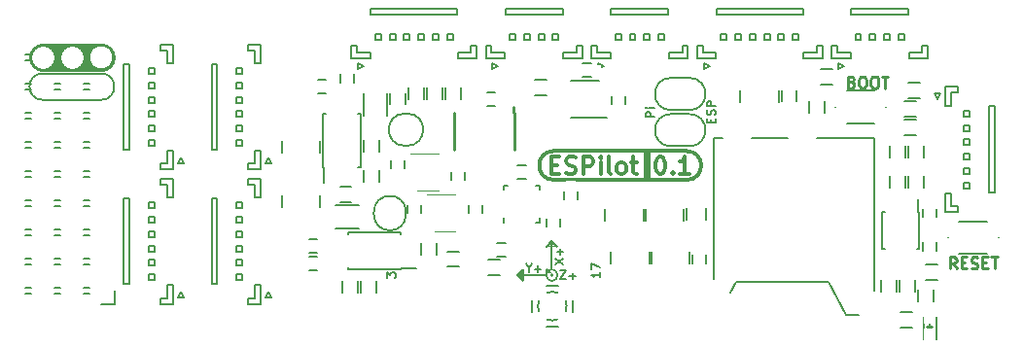
<source format=gto>
G04 #@! TF.FileFunction,Legend,Top*
%FSLAX46Y46*%
G04 Gerber Fmt 4.6, Leading zero omitted, Abs format (unit mm)*
G04 Created by KiCad (PCBNEW 4.0.5) date 01/10/17 14:27:18*
%MOMM*%
%LPD*%
G01*
G04 APERTURE LIST*
%ADD10C,0.100000*%
%ADD11C,0.150000*%
%ADD12C,0.250000*%
%ADD13C,2.450000*%
%ADD14C,0.300000*%
%ADD15C,0.120000*%
%ADD16C,0.200000*%
%ADD17C,1.200000*%
%ADD18R,0.950000X1.000000*%
%ADD19R,1.000000X0.950000*%
%ADD20R,1.100000X0.700000*%
%ADD21R,0.700000X1.100000*%
%ADD22R,0.400000X0.750000*%
%ADD23R,0.750000X0.400000*%
%ADD24R,1.000000X1.075000*%
%ADD25R,0.600000X1.300000*%
%ADD26R,1.650000X0.650000*%
%ADD27R,0.650000X1.650000*%
%ADD28R,1.260000X0.850000*%
%ADD29R,1.450000X1.200000*%
%ADD30R,1.200000X1.800000*%
%ADD31R,1.800000X1.200000*%
%ADD32C,0.600000*%
%ADD33R,1.000000X1.700000*%
%ADD34R,1.600000X2.100000*%
%ADD35R,2.000000X1.600000*%
%ADD36R,0.850000X0.550000*%
%ADD37R,0.975000X1.400000*%
%ADD38R,1.200000X1.200000*%
%ADD39R,0.800000X1.400000*%
%ADD40R,1.927200X1.927200*%
%ADD41C,1.927200*%
%ADD42O,1.927200X1.927200*%
%ADD43C,5.400000*%
%ADD44C,2.000000*%
%ADD45R,0.800000X2.000000*%
%ADD46R,1.200000X3.000000*%
%ADD47R,2.000000X0.800000*%
%ADD48R,3.000000X1.200000*%
%ADD49R,0.997560X0.997560*%
%ADD50C,1.600000*%
%ADD51R,0.700000X1.000000*%
%ADD52R,0.600000X1.000000*%
G04 APERTURE END LIST*
D10*
D11*
X93085715Y-108414286D02*
X93585715Y-108414286D01*
X93085715Y-109164286D01*
X93585715Y-109164286D01*
X93871429Y-108878571D02*
X94442858Y-108878571D01*
X94157144Y-109164286D02*
X94157144Y-108592857D01*
X90335715Y-108182143D02*
X90335715Y-108539286D01*
X90085715Y-107789286D02*
X90335715Y-108182143D01*
X90585715Y-107789286D01*
X90835714Y-108253571D02*
X91407143Y-108253571D01*
X91121429Y-108539286D02*
X91121429Y-107967857D01*
X92614286Y-107839285D02*
X93364286Y-107339285D01*
X92614286Y-107339285D02*
X93364286Y-107839285D01*
X93078571Y-107053571D02*
X93078571Y-106482142D01*
X93364286Y-106767856D02*
X92792857Y-106767856D01*
D12*
X118442858Y-91978571D02*
X118585715Y-92026190D01*
X118633334Y-92073810D01*
X118680953Y-92169048D01*
X118680953Y-92311905D01*
X118633334Y-92407143D01*
X118585715Y-92454762D01*
X118490477Y-92502381D01*
X118109524Y-92502381D01*
X118109524Y-91502381D01*
X118442858Y-91502381D01*
X118538096Y-91550000D01*
X118585715Y-91597619D01*
X118633334Y-91692857D01*
X118633334Y-91788095D01*
X118585715Y-91883333D01*
X118538096Y-91930952D01*
X118442858Y-91978571D01*
X118109524Y-91978571D01*
X119300000Y-91502381D02*
X119490477Y-91502381D01*
X119585715Y-91550000D01*
X119680953Y-91645238D01*
X119728572Y-91835714D01*
X119728572Y-92169048D01*
X119680953Y-92359524D01*
X119585715Y-92454762D01*
X119490477Y-92502381D01*
X119300000Y-92502381D01*
X119204762Y-92454762D01*
X119109524Y-92359524D01*
X119061905Y-92169048D01*
X119061905Y-91835714D01*
X119109524Y-91645238D01*
X119204762Y-91550000D01*
X119300000Y-91502381D01*
X120347619Y-91502381D02*
X120538096Y-91502381D01*
X120633334Y-91550000D01*
X120728572Y-91645238D01*
X120776191Y-91835714D01*
X120776191Y-92169048D01*
X120728572Y-92359524D01*
X120633334Y-92454762D01*
X120538096Y-92502381D01*
X120347619Y-92502381D01*
X120252381Y-92454762D01*
X120157143Y-92359524D01*
X120109524Y-92169048D01*
X120109524Y-91835714D01*
X120157143Y-91645238D01*
X120252381Y-91550000D01*
X120347619Y-91502381D01*
X121061905Y-91502381D02*
X121633334Y-91502381D01*
X121347619Y-92502381D02*
X121347619Y-91502381D01*
X127572619Y-108227381D02*
X127239285Y-107751190D01*
X127001190Y-108227381D02*
X127001190Y-107227381D01*
X127382143Y-107227381D01*
X127477381Y-107275000D01*
X127525000Y-107322619D01*
X127572619Y-107417857D01*
X127572619Y-107560714D01*
X127525000Y-107655952D01*
X127477381Y-107703571D01*
X127382143Y-107751190D01*
X127001190Y-107751190D01*
X128001190Y-107703571D02*
X128334524Y-107703571D01*
X128477381Y-108227381D02*
X128001190Y-108227381D01*
X128001190Y-107227381D01*
X128477381Y-107227381D01*
X128858333Y-108179762D02*
X129001190Y-108227381D01*
X129239286Y-108227381D01*
X129334524Y-108179762D01*
X129382143Y-108132143D01*
X129429762Y-108036905D01*
X129429762Y-107941667D01*
X129382143Y-107846429D01*
X129334524Y-107798810D01*
X129239286Y-107751190D01*
X129048809Y-107703571D01*
X128953571Y-107655952D01*
X128905952Y-107608333D01*
X128858333Y-107513095D01*
X128858333Y-107417857D01*
X128905952Y-107322619D01*
X128953571Y-107275000D01*
X129048809Y-107227381D01*
X129286905Y-107227381D01*
X129429762Y-107275000D01*
X129858333Y-107703571D02*
X130191667Y-107703571D01*
X130334524Y-108227381D02*
X129858333Y-108227381D01*
X129858333Y-107227381D01*
X130334524Y-107227381D01*
X130620238Y-107227381D02*
X131191667Y-107227381D01*
X130905952Y-108227381D02*
X130905952Y-107227381D01*
D11*
X96539286Y-108542857D02*
X96539286Y-108971429D01*
X96539286Y-108757143D02*
X95789286Y-108757143D01*
X95896429Y-108828572D01*
X95967857Y-108900000D01*
X96003571Y-108971429D01*
X95789286Y-108292857D02*
X95789286Y-107792857D01*
X96539286Y-108114286D01*
X77989286Y-109050000D02*
X77989286Y-108585714D01*
X78275000Y-108835714D01*
X78275000Y-108728572D01*
X78310714Y-108657143D01*
X78346429Y-108621429D01*
X78417857Y-108585714D01*
X78596429Y-108585714D01*
X78667857Y-108621429D01*
X78703571Y-108657143D01*
X78739286Y-108728572D01*
X78739286Y-108942857D01*
X78703571Y-109014286D01*
X78667857Y-109050000D01*
X53105000Y-93530000D02*
G75*
G03X53105000Y-91230000I0J1150000D01*
G01*
X53105000Y-91230000D02*
X48025000Y-91230000D01*
X53105000Y-93530000D02*
X48025000Y-93530000D01*
X48025000Y-91230000D02*
G75*
G03X48025000Y-93530000I0J-1150000D01*
G01*
D13*
X48025000Y-89840000D02*
X53105000Y-89840000D01*
D14*
X100500000Y-98000000D02*
X100500000Y-100500000D01*
X100800000Y-98000000D02*
X100800000Y-100500000D01*
X92500000Y-98000000D02*
X104100000Y-98000000D01*
X104100000Y-100500000D02*
X92500000Y-100500000D01*
X92500000Y-98000000D02*
G75*
G03X92500000Y-100500000I0J-1250000D01*
G01*
X104100000Y-100500000D02*
G75*
G03X104100000Y-98000000I0J1250000D01*
G01*
D11*
X101289286Y-94975000D02*
X100539286Y-94975000D01*
X100539286Y-94689285D01*
X100575000Y-94617857D01*
X100610714Y-94582142D01*
X100682143Y-94546428D01*
X100789286Y-94546428D01*
X100860714Y-94582142D01*
X100896429Y-94617857D01*
X100932143Y-94689285D01*
X100932143Y-94975000D01*
X101289286Y-94225000D02*
X100789286Y-94225000D01*
X100539286Y-94225000D02*
X100575000Y-94260714D01*
X100610714Y-94225000D01*
X100575000Y-94189285D01*
X100539286Y-94225000D01*
X100610714Y-94225000D01*
X106196429Y-95492857D02*
X106196429Y-95242857D01*
X106589286Y-95135714D02*
X106589286Y-95492857D01*
X105839286Y-95492857D01*
X105839286Y-95135714D01*
X106553571Y-94850000D02*
X106589286Y-94742857D01*
X106589286Y-94564286D01*
X106553571Y-94492857D01*
X106517857Y-94457143D01*
X106446429Y-94421428D01*
X106375000Y-94421428D01*
X106303571Y-94457143D01*
X106267857Y-94492857D01*
X106232143Y-94564286D01*
X106196429Y-94707143D01*
X106160714Y-94778571D01*
X106125000Y-94814286D01*
X106053571Y-94850000D01*
X105982143Y-94850000D01*
X105910714Y-94814286D01*
X105875000Y-94778571D01*
X105839286Y-94707143D01*
X105839286Y-94528571D01*
X105875000Y-94421428D01*
X106589286Y-94100000D02*
X105839286Y-94100000D01*
X105839286Y-93814285D01*
X105875000Y-93742857D01*
X105910714Y-93707142D01*
X105982143Y-93671428D01*
X106089286Y-93671428D01*
X106160714Y-93707142D01*
X106196429Y-93742857D01*
X106232143Y-93814285D01*
X106232143Y-94100000D01*
D14*
X92300001Y-99217857D02*
X92800001Y-99217857D01*
X93014287Y-100003571D02*
X92300001Y-100003571D01*
X92300001Y-98503571D01*
X93014287Y-98503571D01*
X93585715Y-99932143D02*
X93800001Y-100003571D01*
X94157144Y-100003571D01*
X94300001Y-99932143D01*
X94371430Y-99860714D01*
X94442858Y-99717857D01*
X94442858Y-99575000D01*
X94371430Y-99432143D01*
X94300001Y-99360714D01*
X94157144Y-99289286D01*
X93871430Y-99217857D01*
X93728572Y-99146429D01*
X93657144Y-99075000D01*
X93585715Y-98932143D01*
X93585715Y-98789286D01*
X93657144Y-98646429D01*
X93728572Y-98575000D01*
X93871430Y-98503571D01*
X94228572Y-98503571D01*
X94442858Y-98575000D01*
X95085715Y-100003571D02*
X95085715Y-98503571D01*
X95657143Y-98503571D01*
X95800001Y-98575000D01*
X95871429Y-98646429D01*
X95942858Y-98789286D01*
X95942858Y-99003571D01*
X95871429Y-99146429D01*
X95800001Y-99217857D01*
X95657143Y-99289286D01*
X95085715Y-99289286D01*
X96585715Y-100003571D02*
X96585715Y-99003571D01*
X96585715Y-98503571D02*
X96514286Y-98575000D01*
X96585715Y-98646429D01*
X96657143Y-98575000D01*
X96585715Y-98503571D01*
X96585715Y-98646429D01*
X97514287Y-100003571D02*
X97371429Y-99932143D01*
X97300001Y-99789286D01*
X97300001Y-98503571D01*
X98300001Y-100003571D02*
X98157143Y-99932143D01*
X98085715Y-99860714D01*
X98014286Y-99717857D01*
X98014286Y-99289286D01*
X98085715Y-99146429D01*
X98157143Y-99075000D01*
X98300001Y-99003571D01*
X98514286Y-99003571D01*
X98657143Y-99075000D01*
X98728572Y-99146429D01*
X98800001Y-99289286D01*
X98800001Y-99717857D01*
X98728572Y-99860714D01*
X98657143Y-99932143D01*
X98514286Y-100003571D01*
X98300001Y-100003571D01*
X99228572Y-99003571D02*
X99800001Y-99003571D01*
X99442858Y-98503571D02*
X99442858Y-99789286D01*
X99514286Y-99932143D01*
X99657144Y-100003571D01*
X99800001Y-100003571D01*
X101728572Y-98503571D02*
X101871429Y-98503571D01*
X102014286Y-98575000D01*
X102085715Y-98646429D01*
X102157144Y-98789286D01*
X102228572Y-99075000D01*
X102228572Y-99432143D01*
X102157144Y-99717857D01*
X102085715Y-99860714D01*
X102014286Y-99932143D01*
X101871429Y-100003571D01*
X101728572Y-100003571D01*
X101585715Y-99932143D01*
X101514286Y-99860714D01*
X101442858Y-99717857D01*
X101371429Y-99432143D01*
X101371429Y-99075000D01*
X101442858Y-98789286D01*
X101514286Y-98646429D01*
X101585715Y-98575000D01*
X101728572Y-98503571D01*
X102871429Y-99860714D02*
X102942857Y-99932143D01*
X102871429Y-100003571D01*
X102800000Y-99932143D01*
X102871429Y-99860714D01*
X102871429Y-100003571D01*
X104371429Y-100003571D02*
X103514286Y-100003571D01*
X103942858Y-100003571D02*
X103942858Y-98503571D01*
X103800001Y-98717857D01*
X103657143Y-98860714D01*
X103514286Y-98932143D01*
D11*
X124675000Y-106650000D02*
X124675000Y-105950000D01*
X125875000Y-105950000D02*
X125875000Y-106650000D01*
X105775000Y-107050000D02*
X105775000Y-107750000D01*
X104575000Y-107750000D02*
X104575000Y-107050000D01*
X93400000Y-102225000D02*
X93400000Y-101525000D01*
X94600000Y-101525000D02*
X94600000Y-102225000D01*
X93100000Y-103900000D02*
X93100000Y-104600000D01*
X91900000Y-104600000D02*
X91900000Y-103900000D01*
X87425000Y-94100000D02*
X86725000Y-94100000D01*
X86725000Y-92900000D02*
X87425000Y-92900000D01*
X87600000Y-105975000D02*
X88300000Y-105975000D01*
X88300000Y-107175000D02*
X87600000Y-107175000D01*
X90075000Y-100425000D02*
X89375000Y-100425000D01*
X89375000Y-99225000D02*
X90075000Y-99225000D01*
X98725000Y-93225000D02*
X98725000Y-93925000D01*
X97525000Y-93925000D02*
X97525000Y-93225000D01*
X95050000Y-90300000D02*
X95750000Y-90300000D01*
X95750000Y-91500000D02*
X95050000Y-91500000D01*
X124675000Y-103750000D02*
X124675000Y-103050000D01*
X125875000Y-103050000D02*
X125875000Y-103750000D01*
X71900000Y-106850000D02*
X71200000Y-106850000D01*
X71200000Y-105650000D02*
X71900000Y-105650000D01*
X73900000Y-92000000D02*
X73900000Y-91300000D01*
X75100000Y-91300000D02*
X75100000Y-92000000D01*
X71900000Y-108350000D02*
X71200000Y-108350000D01*
X71200000Y-107150000D02*
X71900000Y-107150000D01*
X72650000Y-92950000D02*
X71950000Y-92950000D01*
X71950000Y-91750000D02*
X72650000Y-91750000D01*
X81000000Y-102700000D02*
X81000000Y-103400000D01*
X79800000Y-103400000D02*
X79800000Y-102700000D01*
X79500000Y-98825000D02*
X79500000Y-99525000D01*
X78300000Y-99525000D02*
X78300000Y-98825000D01*
X85100000Y-103400000D02*
X85100000Y-102700000D01*
X86300000Y-102700000D02*
X86300000Y-103400000D01*
X84800000Y-99800000D02*
X84800000Y-100500000D01*
X83600000Y-100500000D02*
X83600000Y-99800000D01*
X124250000Y-111100000D02*
X124250000Y-110100000D01*
X125600000Y-110100000D02*
X125600000Y-111100000D01*
X124400000Y-93425000D02*
X123400000Y-93425000D01*
X123400000Y-92075000D02*
X124400000Y-92075000D01*
X113685000Y-92670000D02*
X113685000Y-93670000D01*
X112335000Y-93670000D02*
X112335000Y-92670000D01*
X116125000Y-93650000D02*
X116125000Y-94650000D01*
X114775000Y-94650000D02*
X114775000Y-93650000D01*
X125925000Y-109225000D02*
X124925000Y-109225000D01*
X124925000Y-107875000D02*
X125925000Y-107875000D01*
X116800000Y-92225000D02*
X115800000Y-92225000D01*
X115800000Y-90875000D02*
X116800000Y-90875000D01*
X83250000Y-106725000D02*
X84250000Y-106725000D01*
X84250000Y-108075000D02*
X83250000Y-108075000D01*
X86825000Y-107450000D02*
X87825000Y-107450000D01*
X87825000Y-108800000D02*
X86825000Y-108800000D01*
X91875000Y-93125000D02*
X90875000Y-93125000D01*
X90875000Y-91775000D02*
X91875000Y-91775000D01*
X123050000Y-93675000D02*
X124050000Y-93675000D01*
X124050000Y-95025000D02*
X123050000Y-95025000D01*
X123050000Y-95275000D02*
X124050000Y-95275000D01*
X124050000Y-96625000D02*
X123050000Y-96625000D01*
X121775000Y-98550000D02*
X121775000Y-97550000D01*
X123125000Y-97550000D02*
X123125000Y-98550000D01*
X123375000Y-98550000D02*
X123375000Y-97550000D01*
X124725000Y-97550000D02*
X124725000Y-98550000D01*
X124725000Y-100150000D02*
X124725000Y-101150000D01*
X123375000Y-101150000D02*
X123375000Y-100150000D01*
X123125000Y-100150000D02*
X123125000Y-101150000D01*
X121775000Y-101150000D02*
X121775000Y-100150000D01*
X122650000Y-110250000D02*
X122650000Y-109250000D01*
X124000000Y-109250000D02*
X124000000Y-110250000D01*
X121050000Y-110250000D02*
X121050000Y-109250000D01*
X122400000Y-109250000D02*
X122400000Y-110250000D01*
X79625000Y-92925000D02*
X79625000Y-93925000D01*
X78275000Y-93925000D02*
X78275000Y-92925000D01*
X84425000Y-92450000D02*
X84425000Y-93450000D01*
X83075000Y-93450000D02*
X83075000Y-92450000D01*
X81225000Y-92450000D02*
X81225000Y-93450000D01*
X79875000Y-93450000D02*
X79875000Y-92450000D01*
X82825000Y-92450000D02*
X82825000Y-93450000D01*
X81475000Y-93450000D02*
X81475000Y-92450000D01*
X75475000Y-109300000D02*
X75475000Y-110300000D01*
X74125000Y-110300000D02*
X74125000Y-109300000D01*
X75725000Y-110300000D02*
X75725000Y-109300000D01*
X77075000Y-109300000D02*
X77075000Y-110300000D01*
X75975000Y-98050000D02*
X75975000Y-97050000D01*
X77325000Y-97050000D02*
X77325000Y-98050000D01*
X75975000Y-100650000D02*
X75975000Y-99650000D01*
X77325000Y-99650000D02*
X77325000Y-100650000D01*
X80975000Y-107000000D02*
X80975000Y-106000000D01*
X82325000Y-106000000D02*
X82325000Y-107000000D01*
X73900000Y-101125000D02*
X74900000Y-101125000D01*
X74900000Y-102475000D02*
X73900000Y-102475000D01*
X91325000Y-104200000D02*
X90925000Y-104200000D01*
X91325000Y-104200000D02*
X91325000Y-103800000D01*
X91325000Y-101000000D02*
X90925000Y-101000000D01*
X91325000Y-101000000D02*
X91325000Y-101400000D01*
X88125000Y-101000000D02*
X88525000Y-101000000D01*
X88125000Y-101000000D02*
X88125000Y-101400000D01*
X88125000Y-104200000D02*
X88125000Y-103800000D01*
X124350000Y-103275000D02*
X124225000Y-103275000D01*
X124350000Y-106525000D02*
X124125000Y-106525000D01*
X121100000Y-106525000D02*
X121325000Y-106525000D01*
X121100000Y-103275000D02*
X121325000Y-103275000D01*
X124350000Y-103275000D02*
X124350000Y-106525000D01*
X121100000Y-103275000D02*
X121100000Y-106525000D01*
X124225000Y-103275000D02*
X124225000Y-102200000D01*
X79225000Y-108325000D02*
X79225000Y-108225000D01*
X74575000Y-108325000D02*
X74575000Y-108125000D01*
X74575000Y-105075000D02*
X74575000Y-105275000D01*
X79225000Y-105075000D02*
X79225000Y-105275000D01*
X79225000Y-108325000D02*
X74575000Y-108325000D01*
X79225000Y-105075000D02*
X74575000Y-105075000D01*
X79225000Y-108225000D02*
X80575000Y-108225000D01*
X72425000Y-99375000D02*
X72525000Y-99375000D01*
X72425000Y-94725000D02*
X72625000Y-94725000D01*
X75675000Y-94725000D02*
X75475000Y-94725000D01*
X75675000Y-99375000D02*
X75475000Y-99375000D01*
X72425000Y-99375000D02*
X72425000Y-94725000D01*
X75675000Y-99375000D02*
X75675000Y-94725000D01*
X72525000Y-99375000D02*
X72525000Y-100725000D01*
D15*
X82150000Y-105010000D02*
X83950000Y-105010000D01*
X83950000Y-101790000D02*
X81500000Y-101790000D01*
X80650000Y-101410000D02*
X82450000Y-101410000D01*
X82450000Y-98190000D02*
X80000000Y-98190000D01*
D11*
X104325000Y-91625000D02*
X102725000Y-91625000D01*
X104325000Y-94425000D02*
X102725000Y-94425000D01*
X104325000Y-94425000D02*
G75*
G03X104325000Y-91625000I0J1400000D01*
G01*
X102725000Y-91625000D02*
G75*
G03X102725000Y-94425000I0J-1400000D01*
G01*
X104325000Y-94775000D02*
X102725000Y-94775000D01*
X104325000Y-97575000D02*
X102725000Y-97575000D01*
X104325000Y-97575000D02*
G75*
G03X104325000Y-94775000I0J1400000D01*
G01*
X102725000Y-94775000D02*
G75*
G03X102725000Y-97575000I0J-1400000D01*
G01*
X79550000Y-97525000D02*
X79750000Y-97525000D01*
X79550000Y-94725000D02*
X79750000Y-94725000D01*
X79550000Y-94725000D02*
G75*
G03X79550000Y-97525000I0J-1400000D01*
G01*
X79750000Y-97525000D02*
G75*
G03X79750000Y-94725000I0J1400000D01*
G01*
X104075000Y-102975000D02*
X104075000Y-103975000D01*
X105775000Y-103975000D02*
X105775000Y-102975000D01*
X73550000Y-104775000D02*
X75550000Y-104775000D01*
X75550000Y-102725000D02*
X73550000Y-102725000D01*
X75975000Y-92950000D02*
X75975000Y-94950000D01*
X78025000Y-94950000D02*
X78025000Y-92950000D01*
D16*
X120425000Y-96850000D02*
X115425000Y-96850000D01*
X109725000Y-96850000D02*
X112925000Y-96850000D01*
X106425000Y-96850000D02*
X107225000Y-96850000D01*
X108425000Y-109350000D02*
X107925000Y-110350000D01*
X116425000Y-109350000D02*
X108425000Y-109350000D01*
X117925000Y-112250000D02*
X116425000Y-109350000D01*
X119025000Y-112250000D02*
X117925000Y-112250000D01*
X120425000Y-96850000D02*
X120425000Y-110150000D01*
X106425000Y-109150000D02*
X106425000Y-96850000D01*
D11*
X96450000Y-91825000D02*
X94000000Y-91825000D01*
X97175000Y-95075000D02*
X94000000Y-95075000D01*
X79650000Y-103500000D02*
X79650000Y-103300000D01*
X76850000Y-103500000D02*
X76850000Y-103300000D01*
X76850000Y-103500000D02*
G75*
G03X79650000Y-103500000I1400000J0D01*
G01*
X79650000Y-103300000D02*
G75*
G03X76850000Y-103300000I-1400000J0D01*
G01*
D16*
X121450000Y-94150000D02*
X121450000Y-94150000D01*
X118050000Y-95550000D02*
X120450000Y-95550000D01*
X117050000Y-94150000D02*
X117050000Y-94150000D01*
X120450000Y-92750000D02*
X118050000Y-92750000D01*
X126825000Y-105500000D02*
X126825000Y-105500000D01*
X130225000Y-104100000D02*
X127825000Y-104100000D01*
X131225000Y-105500000D02*
X131225000Y-105500000D01*
X127825000Y-106900000D02*
X130225000Y-106900000D01*
D12*
X88975000Y-94625000D02*
X88975000Y-94125000D01*
X89075000Y-94625000D02*
X88975000Y-94625000D01*
X83825000Y-97875000D02*
X83825000Y-94625000D01*
X89075000Y-94625000D02*
X89075000Y-97875000D01*
D11*
X51581000Y-92126000D02*
X52089000Y-92126000D01*
X51581000Y-92634000D02*
X52089000Y-92634000D01*
X51581000Y-97714000D02*
X52089000Y-97714000D01*
X51581000Y-97206000D02*
X52089000Y-97206000D01*
X51581000Y-95174000D02*
X52089000Y-95174000D01*
X51581000Y-94666000D02*
X52089000Y-94666000D01*
X51581000Y-99746000D02*
X52089000Y-99746000D01*
X51581000Y-100254000D02*
X52089000Y-100254000D01*
X51581000Y-102286000D02*
X52089000Y-102286000D01*
X51581000Y-102794000D02*
X52089000Y-102794000D01*
X51581000Y-110414000D02*
X52089000Y-110414000D01*
X51581000Y-109906000D02*
X52089000Y-109906000D01*
X51581000Y-104826000D02*
X52089000Y-104826000D01*
X51581000Y-105334000D02*
X52089000Y-105334000D01*
X51581000Y-107366000D02*
X52089000Y-107366000D01*
X51581000Y-107874000D02*
X52089000Y-107874000D01*
X46501000Y-95174000D02*
X47009000Y-95174000D01*
X46501000Y-94666000D02*
X47009000Y-94666000D01*
X46501000Y-92634000D02*
X47009000Y-92634000D01*
X46501000Y-92126000D02*
X47009000Y-92126000D01*
X46501000Y-97206000D02*
X47009000Y-97206000D01*
X46501000Y-97714000D02*
X47009000Y-97714000D01*
X46501000Y-99746000D02*
X47009000Y-99746000D01*
X46501000Y-100254000D02*
X47009000Y-100254000D01*
X46501000Y-110414000D02*
X47009000Y-110414000D01*
X46501000Y-109906000D02*
X47009000Y-109906000D01*
X46501000Y-107874000D02*
X47009000Y-107874000D01*
X46501000Y-107366000D02*
X47009000Y-107366000D01*
X46501000Y-102286000D02*
X47009000Y-102286000D01*
X46501000Y-102794000D02*
X47009000Y-102794000D01*
X46501000Y-104826000D02*
X47009000Y-104826000D01*
X46501000Y-105334000D02*
X47009000Y-105334000D01*
X53105000Y-111320000D02*
X54255000Y-111320000D01*
X54255000Y-111320000D02*
X54255000Y-110160000D01*
X49041000Y-95174000D02*
X49549000Y-95174000D01*
X49041000Y-92634000D02*
X49549000Y-92634000D01*
X49041000Y-94666000D02*
X49549000Y-94666000D01*
X49041000Y-97714000D02*
X49549000Y-97714000D01*
X49041000Y-97206000D02*
X49549000Y-97206000D01*
X49041000Y-92126000D02*
X49549000Y-92126000D01*
X49041000Y-110414000D02*
X49549000Y-110414000D01*
X49041000Y-109906000D02*
X49549000Y-109906000D01*
X49041000Y-107366000D02*
X49549000Y-107366000D01*
X49041000Y-105334000D02*
X49549000Y-105334000D01*
X49041000Y-104826000D02*
X49549000Y-104826000D01*
X49041000Y-107874000D02*
X49549000Y-107874000D01*
X49041000Y-99746000D02*
X49549000Y-99746000D01*
X49041000Y-100254000D02*
X49549000Y-100254000D01*
X49041000Y-102286000D02*
X49549000Y-102286000D01*
X49041000Y-102794000D02*
X49549000Y-102794000D01*
X46501000Y-90094000D02*
X47009000Y-90094000D01*
X46501000Y-89586000D02*
X47009000Y-89586000D01*
X49041000Y-90094000D02*
X49549000Y-90094000D01*
X51581000Y-89586000D02*
X52089000Y-89586000D01*
X51581000Y-90094000D02*
X52089000Y-90094000D01*
X49041000Y-89586000D02*
X49549000Y-89586000D01*
X102500000Y-85625000D02*
X97500000Y-85625000D01*
X97500000Y-85625000D02*
X97500000Y-86125000D01*
X97500000Y-86125000D02*
X102500000Y-86125000D01*
X102500000Y-86125000D02*
X102500000Y-85625000D01*
X104200000Y-88825000D02*
X104200000Y-89925000D01*
X104200000Y-89925000D02*
X102550000Y-89925000D01*
X102550000Y-89925000D02*
X102550000Y-89425000D01*
X102550000Y-89425000D02*
X103700000Y-89425000D01*
X103700000Y-89425000D02*
X103700000Y-88825000D01*
X103700000Y-88825000D02*
X104200000Y-88825000D01*
X95800000Y-88825000D02*
X95800000Y-89925000D01*
X95800000Y-89925000D02*
X97450000Y-89925000D01*
X97450000Y-89925000D02*
X97450000Y-89425000D01*
X97450000Y-89425000D02*
X96300000Y-89425000D01*
X96300000Y-89425000D02*
X96300000Y-88825000D01*
X96300000Y-88825000D02*
X95800000Y-88825000D01*
X96875000Y-90600000D02*
X96375000Y-90350000D01*
X96375000Y-90350000D02*
X96375000Y-90850000D01*
X96375000Y-90850000D02*
X96875000Y-90600000D01*
X102125000Y-88275000D02*
X102125000Y-87775000D01*
X102125000Y-87775000D02*
X101625000Y-87775000D01*
X101625000Y-87775000D02*
X101625000Y-88275000D01*
X101625000Y-88275000D02*
X102125000Y-88275000D01*
X100875000Y-88275000D02*
X100875000Y-87775000D01*
X100875000Y-87775000D02*
X100375000Y-87775000D01*
X100375000Y-87775000D02*
X100375000Y-88275000D01*
X100375000Y-88275000D02*
X100875000Y-88275000D01*
X99625000Y-88275000D02*
X99625000Y-87775000D01*
X99625000Y-87775000D02*
X99125000Y-87775000D01*
X99125000Y-87775000D02*
X99125000Y-88275000D01*
X99125000Y-88275000D02*
X99625000Y-88275000D01*
X98375000Y-88275000D02*
X98375000Y-87775000D01*
X98375000Y-87775000D02*
X97875000Y-87775000D01*
X97875000Y-87775000D02*
X97875000Y-88275000D01*
X97875000Y-88275000D02*
X98375000Y-88275000D01*
X123400000Y-85625000D02*
X118400000Y-85625000D01*
X118400000Y-85625000D02*
X118400000Y-86125000D01*
X118400000Y-86125000D02*
X123400000Y-86125000D01*
X123400000Y-86125000D02*
X123400000Y-85625000D01*
X125100000Y-88825000D02*
X125100000Y-89925000D01*
X125100000Y-89925000D02*
X123450000Y-89925000D01*
X123450000Y-89925000D02*
X123450000Y-89425000D01*
X123450000Y-89425000D02*
X124600000Y-89425000D01*
X124600000Y-89425000D02*
X124600000Y-88825000D01*
X124600000Y-88825000D02*
X125100000Y-88825000D01*
X116700000Y-88825000D02*
X116700000Y-89925000D01*
X116700000Y-89925000D02*
X118350000Y-89925000D01*
X118350000Y-89925000D02*
X118350000Y-89425000D01*
X118350000Y-89425000D02*
X117200000Y-89425000D01*
X117200000Y-89425000D02*
X117200000Y-88825000D01*
X117200000Y-88825000D02*
X116700000Y-88825000D01*
X117775000Y-90600000D02*
X117275000Y-90350000D01*
X117275000Y-90350000D02*
X117275000Y-90850000D01*
X117275000Y-90850000D02*
X117775000Y-90600000D01*
X123025000Y-88275000D02*
X123025000Y-87775000D01*
X123025000Y-87775000D02*
X122525000Y-87775000D01*
X122525000Y-87775000D02*
X122525000Y-88275000D01*
X122525000Y-88275000D02*
X123025000Y-88275000D01*
X121775000Y-88275000D02*
X121775000Y-87775000D01*
X121775000Y-87775000D02*
X121275000Y-87775000D01*
X121275000Y-87775000D02*
X121275000Y-88275000D01*
X121275000Y-88275000D02*
X121775000Y-88275000D01*
X120525000Y-88275000D02*
X120525000Y-87775000D01*
X120525000Y-87775000D02*
X120025000Y-87775000D01*
X120025000Y-87775000D02*
X120025000Y-88275000D01*
X120025000Y-88275000D02*
X120525000Y-88275000D01*
X119275000Y-88275000D02*
X119275000Y-87775000D01*
X119275000Y-87775000D02*
X118775000Y-87775000D01*
X118775000Y-87775000D02*
X118775000Y-88275000D01*
X118775000Y-88275000D02*
X119275000Y-88275000D01*
X93300000Y-85625000D02*
X88300000Y-85625000D01*
X88300000Y-85625000D02*
X88300000Y-86125000D01*
X88300000Y-86125000D02*
X93300000Y-86125000D01*
X93300000Y-86125000D02*
X93300000Y-85625000D01*
X95000000Y-88825000D02*
X95000000Y-89925000D01*
X95000000Y-89925000D02*
X93350000Y-89925000D01*
X93350000Y-89925000D02*
X93350000Y-89425000D01*
X93350000Y-89425000D02*
X94500000Y-89425000D01*
X94500000Y-89425000D02*
X94500000Y-88825000D01*
X94500000Y-88825000D02*
X95000000Y-88825000D01*
X86600000Y-88825000D02*
X86600000Y-89925000D01*
X86600000Y-89925000D02*
X88250000Y-89925000D01*
X88250000Y-89925000D02*
X88250000Y-89425000D01*
X88250000Y-89425000D02*
X87100000Y-89425000D01*
X87100000Y-89425000D02*
X87100000Y-88825000D01*
X87100000Y-88825000D02*
X86600000Y-88825000D01*
X87675000Y-90600000D02*
X87175000Y-90350000D01*
X87175000Y-90350000D02*
X87175000Y-90850000D01*
X87175000Y-90850000D02*
X87675000Y-90600000D01*
X92925000Y-88275000D02*
X92925000Y-87775000D01*
X92925000Y-87775000D02*
X92425000Y-87775000D01*
X92425000Y-87775000D02*
X92425000Y-88275000D01*
X92425000Y-88275000D02*
X92925000Y-88275000D01*
X91675000Y-88275000D02*
X91675000Y-87775000D01*
X91675000Y-87775000D02*
X91175000Y-87775000D01*
X91175000Y-87775000D02*
X91175000Y-88275000D01*
X91175000Y-88275000D02*
X91675000Y-88275000D01*
X90425000Y-88275000D02*
X90425000Y-87775000D01*
X90425000Y-87775000D02*
X89925000Y-87775000D01*
X89925000Y-87775000D02*
X89925000Y-88275000D01*
X89925000Y-88275000D02*
X90425000Y-88275000D01*
X89175000Y-88275000D02*
X89175000Y-87775000D01*
X89175000Y-87775000D02*
X88675000Y-87775000D01*
X88675000Y-87775000D02*
X88675000Y-88275000D01*
X88675000Y-88275000D02*
X89175000Y-88275000D01*
X55075000Y-90400000D02*
X55075000Y-97900000D01*
X55075000Y-97900000D02*
X55575000Y-97900000D01*
X55575000Y-97900000D02*
X55575000Y-90400000D01*
X55575000Y-90400000D02*
X55075000Y-90400000D01*
X58275000Y-88700000D02*
X59375000Y-88700000D01*
X59375000Y-88700000D02*
X59375000Y-90350000D01*
X59375000Y-90350000D02*
X58875000Y-90350000D01*
X58875000Y-90350000D02*
X58875000Y-89200000D01*
X58875000Y-89200000D02*
X58275000Y-89200000D01*
X58275000Y-89200000D02*
X58275000Y-88700000D01*
X58275000Y-99600000D02*
X59375000Y-99600000D01*
X59375000Y-99600000D02*
X59375000Y-97950000D01*
X59375000Y-97950000D02*
X58875000Y-97950000D01*
X58875000Y-97950000D02*
X58875000Y-99100000D01*
X58875000Y-99100000D02*
X58275000Y-99100000D01*
X58275000Y-99100000D02*
X58275000Y-99600000D01*
X57725000Y-90775000D02*
X57225000Y-90775000D01*
X57225000Y-90775000D02*
X57225000Y-91275000D01*
X57225000Y-91275000D02*
X57725000Y-91275000D01*
X57725000Y-91275000D02*
X57725000Y-90775000D01*
X57725000Y-92025000D02*
X57225000Y-92025000D01*
X57225000Y-92025000D02*
X57225000Y-92525000D01*
X57225000Y-92525000D02*
X57725000Y-92525000D01*
X57725000Y-92525000D02*
X57725000Y-92025000D01*
X57725000Y-93275000D02*
X57225000Y-93275000D01*
X57225000Y-93275000D02*
X57225000Y-93775000D01*
X57225000Y-93775000D02*
X57725000Y-93775000D01*
X57725000Y-93775000D02*
X57725000Y-93275000D01*
X57725000Y-94525000D02*
X57225000Y-94525000D01*
X57225000Y-94525000D02*
X57225000Y-95025000D01*
X57225000Y-95025000D02*
X57725000Y-95025000D01*
X57725000Y-95025000D02*
X57725000Y-94525000D01*
X57725000Y-95775000D02*
X57225000Y-95775000D01*
X57225000Y-95775000D02*
X57225000Y-96275000D01*
X57225000Y-96275000D02*
X57725000Y-96275000D01*
X57725000Y-96275000D02*
X57725000Y-95775000D01*
X57725000Y-97025000D02*
X57225000Y-97025000D01*
X57225000Y-97025000D02*
X57225000Y-97525000D01*
X57225000Y-97525000D02*
X57725000Y-97525000D01*
X57725000Y-97525000D02*
X57725000Y-97025000D01*
X60050000Y-98525000D02*
X59800000Y-99025000D01*
X60300000Y-99025000D02*
X60050000Y-98525000D01*
X59800000Y-99025000D02*
X60300000Y-99025000D01*
X55075000Y-102100000D02*
X55075000Y-109600000D01*
X55075000Y-109600000D02*
X55575000Y-109600000D01*
X55575000Y-109600000D02*
X55575000Y-102100000D01*
X55575000Y-102100000D02*
X55075000Y-102100000D01*
X58275000Y-100400000D02*
X59375000Y-100400000D01*
X59375000Y-100400000D02*
X59375000Y-102050000D01*
X59375000Y-102050000D02*
X58875000Y-102050000D01*
X58875000Y-102050000D02*
X58875000Y-100900000D01*
X58875000Y-100900000D02*
X58275000Y-100900000D01*
X58275000Y-100900000D02*
X58275000Y-100400000D01*
X58275000Y-111300000D02*
X59375000Y-111300000D01*
X59375000Y-111300000D02*
X59375000Y-109650000D01*
X59375000Y-109650000D02*
X58875000Y-109650000D01*
X58875000Y-109650000D02*
X58875000Y-110800000D01*
X58875000Y-110800000D02*
X58275000Y-110800000D01*
X58275000Y-110800000D02*
X58275000Y-111300000D01*
X57725000Y-102475000D02*
X57225000Y-102475000D01*
X57225000Y-102475000D02*
X57225000Y-102975000D01*
X57225000Y-102975000D02*
X57725000Y-102975000D01*
X57725000Y-102975000D02*
X57725000Y-102475000D01*
X57725000Y-103725000D02*
X57225000Y-103725000D01*
X57225000Y-103725000D02*
X57225000Y-104225000D01*
X57225000Y-104225000D02*
X57725000Y-104225000D01*
X57725000Y-104225000D02*
X57725000Y-103725000D01*
X57725000Y-104975000D02*
X57225000Y-104975000D01*
X57225000Y-104975000D02*
X57225000Y-105475000D01*
X57225000Y-105475000D02*
X57725000Y-105475000D01*
X57725000Y-105475000D02*
X57725000Y-104975000D01*
X57725000Y-106225000D02*
X57225000Y-106225000D01*
X57225000Y-106225000D02*
X57225000Y-106725000D01*
X57225000Y-106725000D02*
X57725000Y-106725000D01*
X57725000Y-106725000D02*
X57725000Y-106225000D01*
X57725000Y-107475000D02*
X57225000Y-107475000D01*
X57225000Y-107475000D02*
X57225000Y-107975000D01*
X57225000Y-107975000D02*
X57725000Y-107975000D01*
X57725000Y-107975000D02*
X57725000Y-107475000D01*
X57725000Y-108725000D02*
X57225000Y-108725000D01*
X57225000Y-108725000D02*
X57225000Y-109225000D01*
X57225000Y-109225000D02*
X57725000Y-109225000D01*
X57725000Y-109225000D02*
X57725000Y-108725000D01*
X60050000Y-110225000D02*
X59800000Y-110725000D01*
X60300000Y-110725000D02*
X60050000Y-110225000D01*
X59800000Y-110725000D02*
X60300000Y-110725000D01*
X62725000Y-90400000D02*
X62725000Y-97900000D01*
X62725000Y-97900000D02*
X63225000Y-97900000D01*
X63225000Y-97900000D02*
X63225000Y-90400000D01*
X63225000Y-90400000D02*
X62725000Y-90400000D01*
X65925000Y-88700000D02*
X67025000Y-88700000D01*
X67025000Y-88700000D02*
X67025000Y-90350000D01*
X67025000Y-90350000D02*
X66525000Y-90350000D01*
X66525000Y-90350000D02*
X66525000Y-89200000D01*
X66525000Y-89200000D02*
X65925000Y-89200000D01*
X65925000Y-89200000D02*
X65925000Y-88700000D01*
X65925000Y-99600000D02*
X67025000Y-99600000D01*
X67025000Y-99600000D02*
X67025000Y-97950000D01*
X67025000Y-97950000D02*
X66525000Y-97950000D01*
X66525000Y-97950000D02*
X66525000Y-99100000D01*
X66525000Y-99100000D02*
X65925000Y-99100000D01*
X65925000Y-99100000D02*
X65925000Y-99600000D01*
X65375000Y-90775000D02*
X64875000Y-90775000D01*
X64875000Y-90775000D02*
X64875000Y-91275000D01*
X64875000Y-91275000D02*
X65375000Y-91275000D01*
X65375000Y-91275000D02*
X65375000Y-90775000D01*
X65375000Y-92025000D02*
X64875000Y-92025000D01*
X64875000Y-92025000D02*
X64875000Y-92525000D01*
X64875000Y-92525000D02*
X65375000Y-92525000D01*
X65375000Y-92525000D02*
X65375000Y-92025000D01*
X65375000Y-93275000D02*
X64875000Y-93275000D01*
X64875000Y-93275000D02*
X64875000Y-93775000D01*
X64875000Y-93775000D02*
X65375000Y-93775000D01*
X65375000Y-93775000D02*
X65375000Y-93275000D01*
X65375000Y-94525000D02*
X64875000Y-94525000D01*
X64875000Y-94525000D02*
X64875000Y-95025000D01*
X64875000Y-95025000D02*
X65375000Y-95025000D01*
X65375000Y-95025000D02*
X65375000Y-94525000D01*
X65375000Y-95775000D02*
X64875000Y-95775000D01*
X64875000Y-95775000D02*
X64875000Y-96275000D01*
X64875000Y-96275000D02*
X65375000Y-96275000D01*
X65375000Y-96275000D02*
X65375000Y-95775000D01*
X65375000Y-97025000D02*
X64875000Y-97025000D01*
X64875000Y-97025000D02*
X64875000Y-97525000D01*
X64875000Y-97525000D02*
X65375000Y-97525000D01*
X65375000Y-97525000D02*
X65375000Y-97025000D01*
X67700000Y-98525000D02*
X67450000Y-99025000D01*
X67950000Y-99025000D02*
X67700000Y-98525000D01*
X67450000Y-99025000D02*
X67950000Y-99025000D01*
X62725000Y-102100000D02*
X62725000Y-109600000D01*
X62725000Y-109600000D02*
X63225000Y-109600000D01*
X63225000Y-109600000D02*
X63225000Y-102100000D01*
X63225000Y-102100000D02*
X62725000Y-102100000D01*
X65925000Y-100400000D02*
X67025000Y-100400000D01*
X67025000Y-100400000D02*
X67025000Y-102050000D01*
X67025000Y-102050000D02*
X66525000Y-102050000D01*
X66525000Y-102050000D02*
X66525000Y-100900000D01*
X66525000Y-100900000D02*
X65925000Y-100900000D01*
X65925000Y-100900000D02*
X65925000Y-100400000D01*
X65925000Y-111300000D02*
X67025000Y-111300000D01*
X67025000Y-111300000D02*
X67025000Y-109650000D01*
X67025000Y-109650000D02*
X66525000Y-109650000D01*
X66525000Y-109650000D02*
X66525000Y-110800000D01*
X66525000Y-110800000D02*
X65925000Y-110800000D01*
X65925000Y-110800000D02*
X65925000Y-111300000D01*
X65375000Y-102475000D02*
X64875000Y-102475000D01*
X64875000Y-102475000D02*
X64875000Y-102975000D01*
X64875000Y-102975000D02*
X65375000Y-102975000D01*
X65375000Y-102975000D02*
X65375000Y-102475000D01*
X65375000Y-103725000D02*
X64875000Y-103725000D01*
X64875000Y-103725000D02*
X64875000Y-104225000D01*
X64875000Y-104225000D02*
X65375000Y-104225000D01*
X65375000Y-104225000D02*
X65375000Y-103725000D01*
X65375000Y-104975000D02*
X64875000Y-104975000D01*
X64875000Y-104975000D02*
X64875000Y-105475000D01*
X64875000Y-105475000D02*
X65375000Y-105475000D01*
X65375000Y-105475000D02*
X65375000Y-104975000D01*
X65375000Y-106225000D02*
X64875000Y-106225000D01*
X64875000Y-106225000D02*
X64875000Y-106725000D01*
X64875000Y-106725000D02*
X65375000Y-106725000D01*
X65375000Y-106725000D02*
X65375000Y-106225000D01*
X65375000Y-107475000D02*
X64875000Y-107475000D01*
X64875000Y-107475000D02*
X64875000Y-107975000D01*
X64875000Y-107975000D02*
X65375000Y-107975000D01*
X65375000Y-107975000D02*
X65375000Y-107475000D01*
X65375000Y-108725000D02*
X64875000Y-108725000D01*
X64875000Y-108725000D02*
X64875000Y-109225000D01*
X64875000Y-109225000D02*
X65375000Y-109225000D01*
X65375000Y-109225000D02*
X65375000Y-108725000D01*
X67700000Y-110225000D02*
X67450000Y-110725000D01*
X67950000Y-110725000D02*
X67700000Y-110225000D01*
X67450000Y-110725000D02*
X67950000Y-110725000D01*
X84100000Y-85625000D02*
X76600000Y-85625000D01*
X76600000Y-85625000D02*
X76600000Y-86125000D01*
X76600000Y-86125000D02*
X84100000Y-86125000D01*
X84100000Y-86125000D02*
X84100000Y-85625000D01*
X85800000Y-88825000D02*
X85800000Y-89925000D01*
X85800000Y-89925000D02*
X84150000Y-89925000D01*
X84150000Y-89925000D02*
X84150000Y-89425000D01*
X84150000Y-89425000D02*
X85300000Y-89425000D01*
X85300000Y-89425000D02*
X85300000Y-88825000D01*
X85300000Y-88825000D02*
X85800000Y-88825000D01*
X74900000Y-88825000D02*
X74900000Y-89925000D01*
X74900000Y-89925000D02*
X76550000Y-89925000D01*
X76550000Y-89925000D02*
X76550000Y-89425000D01*
X76550000Y-89425000D02*
X75400000Y-89425000D01*
X75400000Y-89425000D02*
X75400000Y-88825000D01*
X75400000Y-88825000D02*
X74900000Y-88825000D01*
X83725000Y-88275000D02*
X83725000Y-87775000D01*
X83725000Y-87775000D02*
X83225000Y-87775000D01*
X83225000Y-87775000D02*
X83225000Y-88275000D01*
X83225000Y-88275000D02*
X83725000Y-88275000D01*
X82475000Y-88275000D02*
X82475000Y-87775000D01*
X82475000Y-87775000D02*
X81975000Y-87775000D01*
X81975000Y-87775000D02*
X81975000Y-88275000D01*
X81975000Y-88275000D02*
X82475000Y-88275000D01*
X81225000Y-88275000D02*
X81225000Y-87775000D01*
X81225000Y-87775000D02*
X80725000Y-87775000D01*
X80725000Y-87775000D02*
X80725000Y-88275000D01*
X80725000Y-88275000D02*
X81225000Y-88275000D01*
X79975000Y-88275000D02*
X79975000Y-87775000D01*
X79975000Y-87775000D02*
X79475000Y-87775000D01*
X79475000Y-87775000D02*
X79475000Y-88275000D01*
X79475000Y-88275000D02*
X79975000Y-88275000D01*
X78725000Y-88275000D02*
X78725000Y-87775000D01*
X78725000Y-87775000D02*
X78225000Y-87775000D01*
X78225000Y-87775000D02*
X78225000Y-88275000D01*
X78225000Y-88275000D02*
X78725000Y-88275000D01*
X77475000Y-88275000D02*
X77475000Y-87775000D01*
X77475000Y-87775000D02*
X76975000Y-87775000D01*
X76975000Y-87775000D02*
X76975000Y-88275000D01*
X76975000Y-88275000D02*
X77475000Y-88275000D01*
X75975000Y-90600000D02*
X75475000Y-90350000D01*
X75475000Y-90850000D02*
X75975000Y-90600000D01*
X75475000Y-90350000D02*
X75475000Y-90850000D01*
X130875000Y-101600000D02*
X130875000Y-94100000D01*
X130875000Y-94100000D02*
X130375000Y-94100000D01*
X130375000Y-94100000D02*
X130375000Y-101600000D01*
X130375000Y-101600000D02*
X130875000Y-101600000D01*
X127675000Y-103300000D02*
X126575000Y-103300000D01*
X126575000Y-103300000D02*
X126575000Y-101650000D01*
X126575000Y-101650000D02*
X127075000Y-101650000D01*
X127075000Y-101650000D02*
X127075000Y-102800000D01*
X127075000Y-102800000D02*
X127675000Y-102800000D01*
X127675000Y-102800000D02*
X127675000Y-103300000D01*
X127675000Y-92400000D02*
X126575000Y-92400000D01*
X126575000Y-92400000D02*
X126575000Y-94050000D01*
X126575000Y-94050000D02*
X127075000Y-94050000D01*
X127075000Y-94050000D02*
X127075000Y-92900000D01*
X127075000Y-92900000D02*
X127675000Y-92900000D01*
X127675000Y-92900000D02*
X127675000Y-92400000D01*
X128225000Y-101225000D02*
X128725000Y-101225000D01*
X128725000Y-101225000D02*
X128725000Y-100725000D01*
X128725000Y-100725000D02*
X128225000Y-100725000D01*
X128225000Y-100725000D02*
X128225000Y-101225000D01*
X128225000Y-99975000D02*
X128725000Y-99975000D01*
X128725000Y-99975000D02*
X128725000Y-99475000D01*
X128725000Y-99475000D02*
X128225000Y-99475000D01*
X128225000Y-99475000D02*
X128225000Y-99975000D01*
X128225000Y-98725000D02*
X128725000Y-98725000D01*
X128725000Y-98725000D02*
X128725000Y-98225000D01*
X128725000Y-98225000D02*
X128225000Y-98225000D01*
X128225000Y-98225000D02*
X128225000Y-98725000D01*
X128225000Y-97475000D02*
X128725000Y-97475000D01*
X128725000Y-97475000D02*
X128725000Y-96975000D01*
X128725000Y-96975000D02*
X128225000Y-96975000D01*
X128225000Y-96975000D02*
X128225000Y-97475000D01*
X128225000Y-96225000D02*
X128725000Y-96225000D01*
X128725000Y-96225000D02*
X128725000Y-95725000D01*
X128725000Y-95725000D02*
X128225000Y-95725000D01*
X128225000Y-95725000D02*
X128225000Y-96225000D01*
X128225000Y-94975000D02*
X128725000Y-94975000D01*
X128725000Y-94975000D02*
X128725000Y-94475000D01*
X128725000Y-94475000D02*
X128225000Y-94475000D01*
X128225000Y-94475000D02*
X128225000Y-94975000D01*
X125900000Y-93475000D02*
X126150000Y-92975000D01*
X125650000Y-92975000D02*
X125900000Y-93475000D01*
X126150000Y-92975000D02*
X125650000Y-92975000D01*
X114200000Y-85625000D02*
X106700000Y-85625000D01*
X106700000Y-85625000D02*
X106700000Y-86125000D01*
X106700000Y-86125000D02*
X114200000Y-86125000D01*
X114200000Y-86125000D02*
X114200000Y-85625000D01*
X115900000Y-88825000D02*
X115900000Y-89925000D01*
X115900000Y-89925000D02*
X114250000Y-89925000D01*
X114250000Y-89925000D02*
X114250000Y-89425000D01*
X114250000Y-89425000D02*
X115400000Y-89425000D01*
X115400000Y-89425000D02*
X115400000Y-88825000D01*
X115400000Y-88825000D02*
X115900000Y-88825000D01*
X105000000Y-88825000D02*
X105000000Y-89925000D01*
X105000000Y-89925000D02*
X106650000Y-89925000D01*
X106650000Y-89925000D02*
X106650000Y-89425000D01*
X106650000Y-89425000D02*
X105500000Y-89425000D01*
X105500000Y-89425000D02*
X105500000Y-88825000D01*
X105500000Y-88825000D02*
X105000000Y-88825000D01*
X113825000Y-88275000D02*
X113825000Y-87775000D01*
X113825000Y-87775000D02*
X113325000Y-87775000D01*
X113325000Y-87775000D02*
X113325000Y-88275000D01*
X113325000Y-88275000D02*
X113825000Y-88275000D01*
X112575000Y-88275000D02*
X112575000Y-87775000D01*
X112575000Y-87775000D02*
X112075000Y-87775000D01*
X112075000Y-87775000D02*
X112075000Y-88275000D01*
X112075000Y-88275000D02*
X112575000Y-88275000D01*
X111325000Y-88275000D02*
X111325000Y-87775000D01*
X111325000Y-87775000D02*
X110825000Y-87775000D01*
X110825000Y-87775000D02*
X110825000Y-88275000D01*
X110825000Y-88275000D02*
X111325000Y-88275000D01*
X110075000Y-88275000D02*
X110075000Y-87775000D01*
X110075000Y-87775000D02*
X109575000Y-87775000D01*
X109575000Y-87775000D02*
X109575000Y-88275000D01*
X109575000Y-88275000D02*
X110075000Y-88275000D01*
X108825000Y-88275000D02*
X108825000Y-87775000D01*
X108825000Y-87775000D02*
X108325000Y-87775000D01*
X108325000Y-87775000D02*
X108325000Y-88275000D01*
X108325000Y-88275000D02*
X108825000Y-88275000D01*
X107575000Y-88275000D02*
X107575000Y-87775000D01*
X107575000Y-87775000D02*
X107075000Y-87775000D01*
X107075000Y-87775000D02*
X107075000Y-88275000D01*
X107075000Y-88275000D02*
X107575000Y-88275000D01*
X106075000Y-90600000D02*
X105575000Y-90350000D01*
X105575000Y-90850000D02*
X106075000Y-90600000D01*
X105575000Y-90350000D02*
X105575000Y-90850000D01*
X125800000Y-114350000D02*
X125800000Y-112450000D01*
X124700000Y-114350000D02*
X124700000Y-112450000D01*
X125250000Y-113450000D02*
X125250000Y-113000000D01*
X125000000Y-113500000D02*
X125500000Y-113500000D01*
X125250000Y-113500000D02*
X125000000Y-113250000D01*
X125000000Y-113250000D02*
X125500000Y-113250000D01*
X125500000Y-113250000D02*
X125250000Y-113500000D01*
X122700000Y-112025000D02*
X123700000Y-112025000D01*
X123700000Y-113375000D02*
X122700000Y-113375000D01*
D16*
X91915790Y-110339393D02*
G75*
G02X92380000Y-110250000I464210J-1160607D01*
G01*
X93540607Y-111035790D02*
G75*
G02X93630000Y-111500000I-1160607J-464210D01*
G01*
X93540596Y-111964238D02*
G75*
G03X93630000Y-111500000I-1160596J464238D01*
G01*
X92844238Y-110339404D02*
G75*
G03X92380000Y-110250000I-464238J-1160596D01*
G01*
X91219404Y-111035762D02*
G75*
G03X91130000Y-111500000I1160596J-464238D01*
G01*
X91219393Y-111964210D02*
G75*
G02X91130000Y-111500000I1160607J464210D01*
G01*
X91915762Y-112660596D02*
G75*
G03X92380000Y-112750000I464238J1160596D01*
G01*
X92844210Y-112660607D02*
G75*
G02X92380000Y-112750000I-464210J1160607D01*
G01*
X92880000Y-113250000D02*
X91880000Y-113250000D01*
X94130000Y-111000000D02*
X94130000Y-112000000D01*
X91880000Y-109750000D02*
X92880000Y-109750000D01*
X90630000Y-112000000D02*
X90630000Y-111000000D01*
D11*
X91900000Y-108250000D02*
X92200000Y-108550000D01*
X91900000Y-108550000D02*
X91900000Y-108250000D01*
X91900000Y-108550000D02*
X92200000Y-108550000D01*
D16*
X92450000Y-108800000D02*
G75*
G03X92450000Y-108800000I-100000J0D01*
G01*
X89650000Y-108500000D02*
X89650000Y-109100000D01*
X92050000Y-106100000D02*
X92650000Y-106100000D01*
X89850000Y-108300001D02*
G75*
G03X89850000Y-109300000I2500000J-499999D01*
G01*
X92849999Y-106300000D02*
G75*
G03X91850000Y-106300000I-499999J-2500000D01*
G01*
X89350000Y-108800000D02*
X89850000Y-109300000D01*
X89350000Y-108800000D02*
X89850000Y-108300000D01*
X91850000Y-108800000D02*
X89350000Y-108800000D01*
X92350000Y-105800000D02*
X92850000Y-106300000D01*
X91850000Y-106300000D02*
X92350000Y-105800000D01*
X92350000Y-108300000D02*
X92350000Y-105800000D01*
X92850000Y-108800000D02*
G75*
G03X92850000Y-108800000I-500000J0D01*
G01*
D11*
X104350000Y-106800000D02*
X104350000Y-107800000D01*
X101000000Y-106800000D02*
X101000000Y-107800000D01*
X100850000Y-106800000D02*
X100850000Y-107800000D01*
X97500000Y-106800000D02*
X97500000Y-107800000D01*
X103850000Y-103050000D02*
X103850000Y-104050000D01*
X100500000Y-103050000D02*
X100500000Y-104050000D01*
X100350000Y-103050000D02*
X100350000Y-104050000D01*
X97000000Y-103050000D02*
X97000000Y-104050000D01*
X68825000Y-102850000D02*
X68825000Y-101850000D01*
X72175000Y-102850000D02*
X72175000Y-101850000D01*
X72175000Y-97150000D02*
X72175000Y-98150000D01*
X68825000Y-97150000D02*
X68825000Y-98150000D01*
X112125000Y-92700000D02*
X112125000Y-93700000D01*
X108775000Y-92700000D02*
X108775000Y-93700000D01*
%LPC*%
D16*
X102725000Y-91925000D02*
X104325000Y-91925000D01*
X104325000Y-94125000D02*
X102725000Y-94125000D01*
D17*
X103325000Y-93025000D02*
G75*
G03X103325000Y-93025000I-600000J0D01*
G01*
X104925000Y-93025000D02*
G75*
G03X104925000Y-93025000I-600000J0D01*
G01*
D16*
X103725000Y-93925000D02*
X103325000Y-93925000D01*
X103725000Y-92125000D02*
X103325000Y-92125000D01*
X102725000Y-95075000D02*
X104325000Y-95075000D01*
X104325000Y-97275000D02*
X102725000Y-97275000D01*
D17*
X103325000Y-96175000D02*
G75*
G03X103325000Y-96175000I-600000J0D01*
G01*
X104925000Y-96175000D02*
G75*
G03X104925000Y-96175000I-600000J0D01*
G01*
D16*
X103725000Y-97075000D02*
X103325000Y-97075000D01*
X103725000Y-95275000D02*
X103325000Y-95275000D01*
X79750000Y-97225000D02*
X79550000Y-97225000D01*
X79550000Y-95025000D02*
X79750000Y-95025000D01*
D17*
X80350000Y-96125000D02*
G75*
G03X80350000Y-96125000I-600000J0D01*
G01*
X80150000Y-96125000D02*
G75*
G03X80150000Y-96125000I-600000J0D01*
G01*
D16*
X79350000Y-103300000D02*
X79350000Y-103500000D01*
X77150000Y-103500000D02*
X77150000Y-103300000D01*
D17*
X78850000Y-103300000D02*
G75*
G03X78850000Y-103300000I-600000J0D01*
G01*
X78850000Y-103500000D02*
G75*
G03X78850000Y-103500000I-600000J0D01*
G01*
D18*
X125275000Y-107050000D03*
X125275000Y-105550000D03*
X105175000Y-106650000D03*
X105175000Y-108150000D03*
X94000000Y-102625000D03*
X94000000Y-101125000D03*
X92500000Y-103500000D03*
X92500000Y-105000000D03*
D19*
X87825000Y-93500000D03*
X86325000Y-93500000D03*
X87200000Y-106575000D03*
X88700000Y-106575000D03*
X90475000Y-99825000D03*
X88975000Y-99825000D03*
D18*
X98125000Y-92825000D03*
X98125000Y-94325000D03*
D19*
X94650000Y-90900000D03*
X96150000Y-90900000D03*
D18*
X125275000Y-104150000D03*
X125275000Y-102650000D03*
D19*
X72300000Y-106250000D03*
X70800000Y-106250000D03*
D18*
X74500000Y-92400000D03*
X74500000Y-90900000D03*
D19*
X72300000Y-107750000D03*
X70800000Y-107750000D03*
X73050000Y-92350000D03*
X71550000Y-92350000D03*
D18*
X80400000Y-102300000D03*
X80400000Y-103800000D03*
X78900000Y-98425000D03*
X78900000Y-99925000D03*
X85700000Y-103800000D03*
X85700000Y-102300000D03*
X84200000Y-99400000D03*
X84200000Y-100900000D03*
D20*
X124925000Y-109850000D03*
X124925000Y-111350000D03*
D21*
X123150000Y-92750000D03*
X124650000Y-92750000D03*
D20*
X113010000Y-93920000D03*
X113010000Y-92420000D03*
X115450000Y-94900000D03*
X115450000Y-93400000D03*
D21*
X124675000Y-108550000D03*
X126175000Y-108550000D03*
X115550000Y-91550000D03*
X117050000Y-91550000D03*
X84500000Y-107400000D03*
X83000000Y-107400000D03*
X88075000Y-108125000D03*
X86575000Y-108125000D03*
X90625000Y-92450000D03*
X92125000Y-92450000D03*
X124300000Y-94350000D03*
X122800000Y-94350000D03*
X124300000Y-95950000D03*
X122800000Y-95950000D03*
D20*
X122450000Y-97300000D03*
X122450000Y-98800000D03*
X124050000Y-97300000D03*
X124050000Y-98800000D03*
X124050000Y-101400000D03*
X124050000Y-99900000D03*
X122450000Y-101400000D03*
X122450000Y-99900000D03*
X123325000Y-109000000D03*
X123325000Y-110500000D03*
X121725000Y-109000000D03*
X121725000Y-110500000D03*
X78950000Y-94175000D03*
X78950000Y-92675000D03*
X83750000Y-93700000D03*
X83750000Y-92200000D03*
X80550000Y-93700000D03*
X80550000Y-92200000D03*
X82150000Y-93700000D03*
X82150000Y-92200000D03*
X74800000Y-110550000D03*
X74800000Y-109050000D03*
X76400000Y-109050000D03*
X76400000Y-110550000D03*
X76650000Y-96800000D03*
X76650000Y-98300000D03*
X76650000Y-99400000D03*
X76650000Y-100900000D03*
X81650000Y-105750000D03*
X81650000Y-107250000D03*
D21*
X75150000Y-101800000D03*
X73650000Y-101800000D03*
D22*
X88725000Y-104100000D03*
X89125000Y-104100000D03*
X89525000Y-104100000D03*
X89925000Y-104100000D03*
X90325000Y-104100000D03*
X90725000Y-104100000D03*
D23*
X91225000Y-103600000D03*
X91225000Y-103200000D03*
X91225000Y-102800000D03*
X91225000Y-102400000D03*
X91225000Y-102000000D03*
X91225000Y-101600000D03*
D22*
X90725000Y-101100000D03*
X90325000Y-101100000D03*
X89925000Y-101100000D03*
X89525000Y-101100000D03*
X89125000Y-101100000D03*
X88725000Y-101100000D03*
D23*
X88225000Y-101600000D03*
X88225000Y-102000000D03*
X88225000Y-102400000D03*
X88225000Y-102800000D03*
X88225000Y-103200000D03*
X88225000Y-103600000D03*
D24*
X90125000Y-102165000D03*
X89325000Y-102165000D03*
X90125000Y-103035000D03*
X89325000Y-103035000D03*
D25*
X123700000Y-102750000D03*
X123050000Y-102750000D03*
X122400000Y-102750000D03*
X121750000Y-102750000D03*
X121750000Y-107050000D03*
X122400000Y-107050000D03*
X123050000Y-107050000D03*
X123700000Y-107050000D03*
D26*
X79850000Y-107675000D03*
X79850000Y-107025000D03*
X79850000Y-106375000D03*
X79850000Y-105725000D03*
X73950000Y-105725000D03*
X73950000Y-106375000D03*
X73950000Y-107025000D03*
X73950000Y-107675000D03*
D27*
X73075000Y-100000000D03*
X73725000Y-100000000D03*
X74375000Y-100000000D03*
X75025000Y-100000000D03*
X75025000Y-94100000D03*
X74375000Y-94100000D03*
X73725000Y-94100000D03*
X73075000Y-94100000D03*
D28*
X81950000Y-102450000D03*
X81950000Y-103400000D03*
X81950000Y-104350000D03*
X84150000Y-104350000D03*
X84150000Y-102450000D03*
X80450000Y-98850000D03*
X80450000Y-99800000D03*
X80450000Y-100750000D03*
X82650000Y-100750000D03*
X82650000Y-98850000D03*
D29*
X104925000Y-104475000D03*
X104925000Y-102475000D03*
D30*
X76050000Y-103750000D03*
X73050000Y-103750000D03*
D31*
X77000000Y-95450000D03*
X77000000Y-92450000D03*
D32*
X61600000Y-92150000D03*
X61600000Y-93150000D03*
X61600000Y-94150000D03*
X61600000Y-95150000D03*
X61600000Y-96150000D03*
X61600000Y-103850000D03*
X61600000Y-104850000D03*
X61600000Y-105850000D03*
X61600000Y-106850000D03*
X61600000Y-107850000D03*
D33*
X115365000Y-107600000D03*
X114265000Y-107200000D03*
X113165000Y-107600000D03*
X112065000Y-107900000D03*
X110965000Y-107600000D03*
X109865000Y-107900000D03*
X108765000Y-107600000D03*
X107665000Y-107600000D03*
D34*
X120025000Y-111450000D03*
X106875000Y-110450000D03*
D35*
X114175000Y-97300000D03*
X108475000Y-97300000D03*
D36*
X96775000Y-94425000D03*
X96775000Y-93775000D03*
X96775000Y-93125000D03*
X96775000Y-92475000D03*
X93675000Y-92475000D03*
X93675000Y-93125000D03*
X93675000Y-93775000D03*
X93675000Y-94425000D03*
D37*
X94837500Y-92850000D03*
X94837500Y-94050000D03*
X95612500Y-92850000D03*
X95612500Y-94050000D03*
D32*
X61600000Y-92150000D03*
X61600000Y-93150000D03*
D38*
X121250000Y-94950000D03*
X117250000Y-94950000D03*
X121250000Y-93350000D03*
X117250000Y-93350000D03*
X127025000Y-104700000D03*
X131025000Y-104700000D03*
X127025000Y-106300000D03*
X131025000Y-106300000D03*
D39*
X88325000Y-95125000D03*
X87075000Y-95125000D03*
X85825000Y-95125000D03*
X84575000Y-95125000D03*
X84575000Y-97375000D03*
X85825000Y-97375000D03*
X87075000Y-97375000D03*
X88325000Y-97375000D03*
D40*
X53105000Y-110160000D03*
D41*
X50565000Y-110160000D02*
X50565000Y-110160000D01*
X48025000Y-110160000D02*
X48025000Y-110160000D01*
D42*
X53105000Y-107620000D03*
D41*
X50565000Y-107620000D02*
X50565000Y-107620000D01*
X48025000Y-107620000D02*
X48025000Y-107620000D01*
D42*
X53105000Y-105080000D03*
D41*
X50565000Y-105080000D02*
X50565000Y-105080000D01*
X48025000Y-105080000D02*
X48025000Y-105080000D01*
D42*
X53105000Y-102540000D03*
D41*
X50565000Y-102540000D02*
X50565000Y-102540000D01*
X48025000Y-102540000D02*
X48025000Y-102540000D01*
D42*
X53105000Y-100000000D03*
D41*
X50565000Y-100000000D02*
X50565000Y-100000000D01*
X48025000Y-100000000D02*
X48025000Y-100000000D01*
D42*
X53105000Y-97460000D03*
D41*
X50565000Y-97460000D02*
X50565000Y-97460000D01*
X48025000Y-97460000D02*
X48025000Y-97460000D01*
D42*
X53105000Y-94920000D03*
D41*
X50565000Y-94920000D02*
X50565000Y-94920000D01*
X48025000Y-94920000D02*
X48025000Y-94920000D01*
D42*
X53105000Y-92380000D03*
D41*
X50565000Y-92380000D02*
X50565000Y-92380000D01*
X48025000Y-92380000D02*
X48025000Y-92380000D01*
X48025000Y-89840000D02*
X48025000Y-89840000D01*
D42*
X53105000Y-89840000D03*
D41*
X50565000Y-89840000D02*
X50565000Y-89840000D01*
D43*
X71000000Y-111500000D03*
X129000000Y-111500000D03*
X129000000Y-88500000D03*
X71000000Y-88500000D03*
D44*
X101270000Y-110230000D03*
X103810000Y-110230000D03*
X98730000Y-110230000D03*
X88570000Y-110230000D03*
X86030000Y-110230000D03*
X83490000Y-110230000D03*
X80950000Y-110230000D03*
X78410000Y-110230000D03*
X78410000Y-112770000D03*
X80950000Y-112770000D03*
X83490000Y-112770000D03*
X86030000Y-112770000D03*
X88570000Y-112770000D03*
X98730000Y-112770000D03*
X101270000Y-112770000D03*
X103810000Y-112770000D03*
X96190000Y-112770000D03*
X96190000Y-110230000D03*
D45*
X101875000Y-90275000D03*
X100625000Y-90275000D03*
X99375000Y-90275000D03*
X98125000Y-90275000D03*
D46*
X96400000Y-86925000D03*
X103600000Y-86925000D03*
D45*
X122775000Y-90275000D03*
X121525000Y-90275000D03*
X120275000Y-90275000D03*
X119025000Y-90275000D03*
D46*
X117300000Y-86925000D03*
X124500000Y-86925000D03*
D45*
X92675000Y-90275000D03*
X91425000Y-90275000D03*
X90175000Y-90275000D03*
X88925000Y-90275000D03*
D46*
X87200000Y-86925000D03*
X94400000Y-86925000D03*
D47*
X59725000Y-91025000D03*
X59725000Y-92275000D03*
X59725000Y-93525000D03*
X59725000Y-94775000D03*
X59725000Y-96025000D03*
X59725000Y-97275000D03*
D48*
X56375000Y-99000000D03*
X56375000Y-89300000D03*
D47*
X59725000Y-102725000D03*
X59725000Y-103975000D03*
X59725000Y-105225000D03*
X59725000Y-106475000D03*
X59725000Y-107725000D03*
X59725000Y-108975000D03*
D48*
X56375000Y-110700000D03*
X56375000Y-101000000D03*
D47*
X67375000Y-91025000D03*
X67375000Y-92275000D03*
X67375000Y-93525000D03*
X67375000Y-94775000D03*
X67375000Y-96025000D03*
X67375000Y-97275000D03*
D48*
X64025000Y-99000000D03*
X64025000Y-89300000D03*
D47*
X67375000Y-102725000D03*
X67375000Y-103975000D03*
X67375000Y-105225000D03*
X67375000Y-106475000D03*
X67375000Y-107725000D03*
X67375000Y-108975000D03*
D48*
X64025000Y-110700000D03*
X64025000Y-101000000D03*
D45*
X83475000Y-90275000D03*
X82225000Y-90275000D03*
X80975000Y-90275000D03*
X79725000Y-90275000D03*
X78475000Y-90275000D03*
X77225000Y-90275000D03*
D46*
X75500000Y-86925000D03*
X85200000Y-86925000D03*
D47*
X126225000Y-100975000D03*
X126225000Y-99725000D03*
X126225000Y-98475000D03*
X126225000Y-97225000D03*
X126225000Y-95975000D03*
X126225000Y-94725000D03*
D48*
X129575000Y-93000000D03*
X129575000Y-102700000D03*
D45*
X113575000Y-90275000D03*
X112325000Y-90275000D03*
X111075000Y-90275000D03*
X109825000Y-90275000D03*
X108575000Y-90275000D03*
X107325000Y-90275000D03*
D46*
X105600000Y-86925000D03*
X115300000Y-86925000D03*
D49*
X125250000Y-112500700D03*
X125250000Y-113999300D03*
D21*
X123950000Y-112700000D03*
X122450000Y-112700000D03*
D50*
X92380000Y-111500000D03*
X93650000Y-110230000D03*
X93650000Y-112770000D03*
X91110000Y-112770000D03*
X91110000Y-110230000D03*
D51*
X101475000Y-108200000D03*
D52*
X103075000Y-108200000D03*
X102275000Y-108200000D03*
D51*
X103875000Y-108200000D03*
D52*
X102275000Y-106400000D03*
D51*
X101475000Y-106400000D03*
D52*
X103075000Y-106400000D03*
D51*
X103875000Y-106400000D03*
X97975000Y-108200000D03*
D52*
X99575000Y-108200000D03*
X98775000Y-108200000D03*
D51*
X100375000Y-108200000D03*
D52*
X98775000Y-106400000D03*
D51*
X97975000Y-106400000D03*
D52*
X99575000Y-106400000D03*
D51*
X100375000Y-106400000D03*
X100975000Y-104450000D03*
D52*
X102575000Y-104450000D03*
X101775000Y-104450000D03*
D51*
X103375000Y-104450000D03*
D52*
X101775000Y-102650000D03*
D51*
X100975000Y-102650000D03*
D52*
X102575000Y-102650000D03*
D51*
X103375000Y-102650000D03*
X97475000Y-104450000D03*
D52*
X99075000Y-104450000D03*
X98275000Y-104450000D03*
D51*
X99875000Y-104450000D03*
D52*
X98275000Y-102650000D03*
D51*
X97475000Y-102650000D03*
D52*
X99075000Y-102650000D03*
D51*
X99875000Y-102650000D03*
X71700000Y-101450000D03*
D52*
X70100000Y-101450000D03*
X70900000Y-101450000D03*
D51*
X69300000Y-101450000D03*
D52*
X70900000Y-103250000D03*
D51*
X71700000Y-103250000D03*
D52*
X70100000Y-103250000D03*
D51*
X69300000Y-103250000D03*
X69300000Y-98550000D03*
D52*
X70900000Y-98550000D03*
X70100000Y-98550000D03*
D51*
X71700000Y-98550000D03*
D52*
X70100000Y-96750000D03*
D51*
X69300000Y-96750000D03*
D52*
X70900000Y-96750000D03*
D51*
X71700000Y-96750000D03*
X109250000Y-94100000D03*
D52*
X110850000Y-94100000D03*
X110050000Y-94100000D03*
D51*
X111650000Y-94100000D03*
D52*
X110050000Y-92300000D03*
D51*
X109250000Y-92300000D03*
D52*
X110850000Y-92300000D03*
D51*
X111650000Y-92300000D03*
M02*

</source>
